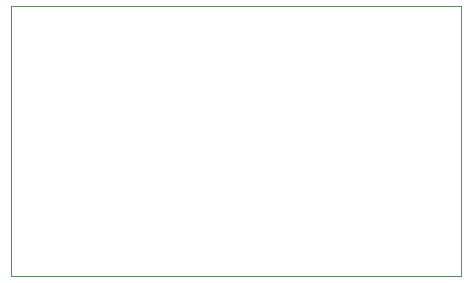
<source format=gko>
G75*
%MOIN*%
%OFA0B0*%
%FSLAX25Y25*%
%IPPOS*%
%LPD*%
%AMOC8*
5,1,8,0,0,1.08239X$1,22.5*
%
%ADD10C,0.00000*%
D10*
X0013200Y0004208D02*
X0013200Y0094208D01*
X0163200Y0094208D01*
X0163200Y0004208D01*
X0013200Y0004208D01*
M02*

</source>
